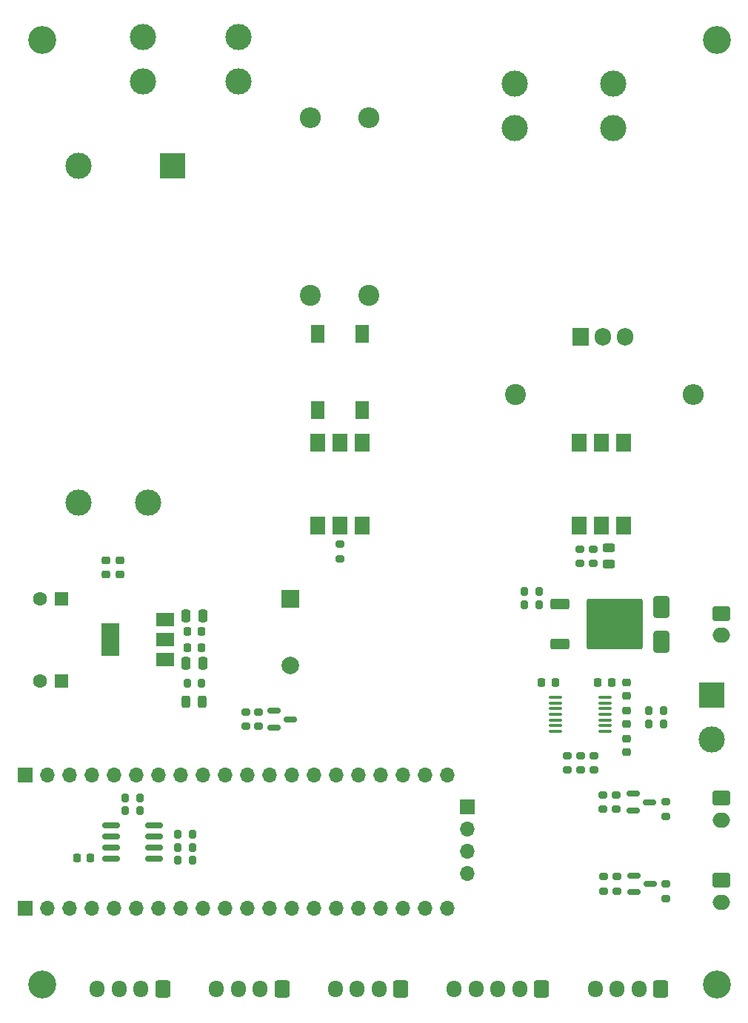
<source format=gbr>
%TF.GenerationSoftware,KiCad,Pcbnew,7.0.1*%
%TF.CreationDate,2023-11-07T15:52:04+07:00*%
%TF.ProjectId,Hot-plate-controller,486f742d-706c-4617-9465-2d636f6e7472,rev?*%
%TF.SameCoordinates,Original*%
%TF.FileFunction,Soldermask,Top*%
%TF.FilePolarity,Negative*%
%FSLAX46Y46*%
G04 Gerber Fmt 4.6, Leading zero omitted, Abs format (unit mm)*
G04 Created by KiCad (PCBNEW 7.0.1) date 2023-11-07 15:52:04*
%MOMM*%
%LPD*%
G01*
G04 APERTURE LIST*
G04 Aperture macros list*
%AMRoundRect*
0 Rectangle with rounded corners*
0 $1 Rounding radius*
0 $2 $3 $4 $5 $6 $7 $8 $9 X,Y pos of 4 corners*
0 Add a 4 corners polygon primitive as box body*
4,1,4,$2,$3,$4,$5,$6,$7,$8,$9,$2,$3,0*
0 Add four circle primitives for the rounded corners*
1,1,$1+$1,$2,$3*
1,1,$1+$1,$4,$5*
1,1,$1+$1,$6,$7*
1,1,$1+$1,$8,$9*
0 Add four rect primitives between the rounded corners*
20,1,$1+$1,$2,$3,$4,$5,0*
20,1,$1+$1,$4,$5,$6,$7,0*
20,1,$1+$1,$6,$7,$8,$9,0*
20,1,$1+$1,$8,$9,$2,$3,0*%
G04 Aperture macros list end*
%ADD10RoundRect,0.250000X-0.650000X1.000000X-0.650000X-1.000000X0.650000X-1.000000X0.650000X1.000000X0*%
%ADD11R,1.500000X2.000000*%
%ADD12C,3.000000*%
%ADD13RoundRect,0.200000X0.275000X-0.200000X0.275000X0.200000X-0.275000X0.200000X-0.275000X-0.200000X0*%
%ADD14R,1.700000X1.700000*%
%ADD15O,1.700000X1.700000*%
%ADD16C,3.200000*%
%ADD17RoundRect,0.250000X-0.250000X-0.475000X0.250000X-0.475000X0.250000X0.475000X-0.250000X0.475000X0*%
%ADD18RoundRect,0.250000X-0.750000X0.600000X-0.750000X-0.600000X0.750000X-0.600000X0.750000X0.600000X0*%
%ADD19O,2.000000X1.700000*%
%ADD20RoundRect,0.200000X0.200000X0.275000X-0.200000X0.275000X-0.200000X-0.275000X0.200000X-0.275000X0*%
%ADD21RoundRect,0.200000X-0.200000X-0.275000X0.200000X-0.275000X0.200000X0.275000X-0.200000X0.275000X0*%
%ADD22R,1.905000X2.000000*%
%ADD23O,1.905000X2.000000*%
%ADD24RoundRect,0.150000X-0.587500X-0.150000X0.587500X-0.150000X0.587500X0.150000X-0.587500X0.150000X0*%
%ADD25R,1.780000X2.000000*%
%ADD26RoundRect,0.250000X-0.850000X-0.350000X0.850000X-0.350000X0.850000X0.350000X-0.850000X0.350000X0*%
%ADD27RoundRect,0.249997X-2.950003X-2.650003X2.950003X-2.650003X2.950003X2.650003X-2.950003X2.650003X0*%
%ADD28R,3.000000X3.000000*%
%ADD29RoundRect,0.225000X0.250000X-0.225000X0.250000X0.225000X-0.250000X0.225000X-0.250000X-0.225000X0*%
%ADD30RoundRect,0.250000X0.600000X0.725000X-0.600000X0.725000X-0.600000X-0.725000X0.600000X-0.725000X0*%
%ADD31O,1.700000X1.950000*%
%ADD32RoundRect,0.200000X-0.275000X0.200000X-0.275000X-0.200000X0.275000X-0.200000X0.275000X0.200000X0*%
%ADD33R,1.600000X1.600000*%
%ADD34C,1.600000*%
%ADD35RoundRect,0.225000X-0.225000X-0.250000X0.225000X-0.250000X0.225000X0.250000X-0.225000X0.250000X0*%
%ADD36RoundRect,0.225000X0.225000X0.250000X-0.225000X0.250000X-0.225000X-0.250000X0.225000X-0.250000X0*%
%ADD37R,2.000000X1.500000*%
%ADD38R,2.000000X3.800000*%
%ADD39RoundRect,0.225000X-0.250000X0.225000X-0.250000X-0.225000X0.250000X-0.225000X0.250000X0.225000X0*%
%ADD40RoundRect,0.150000X0.825000X0.150000X-0.825000X0.150000X-0.825000X-0.150000X0.825000X-0.150000X0*%
%ADD41R,2.000000X2.000000*%
%ADD42C,2.000000*%
%ADD43RoundRect,0.243750X0.456250X-0.243750X0.456250X0.243750X-0.456250X0.243750X-0.456250X-0.243750X0*%
%ADD44C,2.400000*%
%ADD45O,2.400000X2.400000*%
%ADD46RoundRect,0.243750X0.243750X0.456250X-0.243750X0.456250X-0.243750X-0.456250X0.243750X-0.456250X0*%
%ADD47RoundRect,0.100000X0.637500X0.100000X-0.637500X0.100000X-0.637500X-0.100000X0.637500X-0.100000X0*%
G04 APERTURE END LIST*
D10*
%TO.C,D4*%
X134162800Y-105977900D03*
X134162800Y-109977900D03*
%TD*%
D11*
%TO.C,D2*%
X94823600Y-83441400D03*
X99923600Y-83441400D03*
X99923600Y-74701400D03*
X94823600Y-74701400D03*
%TD*%
D12*
%TO.C,J4*%
X128625600Y-51181000D03*
X128625600Y-46101000D03*
%TD*%
%TO.C,J3*%
X85750400Y-45872400D03*
X85750400Y-40792400D03*
%TD*%
%TO.C,J2*%
X74828400Y-45872400D03*
X74828400Y-40792400D03*
%TD*%
%TO.C,J1*%
X117348000Y-51181000D03*
X117348000Y-46101000D03*
%TD*%
D13*
%TO.C,R2*%
X124790200Y-101002600D03*
X124790200Y-99352600D03*
%TD*%
D14*
%TO.C,J6*%
X61417200Y-140436600D03*
D15*
X63957200Y-140436600D03*
X66497200Y-140436600D03*
X69037200Y-140436600D03*
X71577200Y-140436600D03*
X74117200Y-140436600D03*
X76657200Y-140436600D03*
X79197200Y-140436600D03*
X81737200Y-140436600D03*
X84277200Y-140436600D03*
X86817200Y-140436600D03*
X89357200Y-140436600D03*
X91897200Y-140436600D03*
X94437200Y-140436600D03*
X96977200Y-140436600D03*
X99517200Y-140436600D03*
X102057200Y-140436600D03*
X104597200Y-140436600D03*
X107137200Y-140436600D03*
X109677200Y-140436600D03*
%TD*%
D16*
%TO.C,H4*%
X140462000Y-149174200D03*
%TD*%
D13*
%TO.C,R17*%
X127457200Y-129120400D03*
X127457200Y-127470400D03*
%TD*%
D17*
%TO.C,C11*%
X79796200Y-106984800D03*
X81696200Y-106984800D03*
%TD*%
D18*
%TO.C,J16*%
X140961600Y-106705400D03*
D19*
X140961600Y-109205400D03*
%TD*%
D13*
%TO.C,R3*%
X97409000Y-100443800D03*
X97409000Y-98793800D03*
%TD*%
D20*
%TO.C,R8*%
X134352800Y-119382800D03*
X132702800Y-119382800D03*
%TD*%
D21*
%TO.C,R26*%
X118512400Y-105684000D03*
X120162400Y-105684000D03*
%TD*%
D13*
%TO.C,R15*%
X129059700Y-138467600D03*
X129059700Y-136817600D03*
%TD*%
D22*
%TO.C,Q1*%
X124917200Y-75041800D03*
D23*
X127457200Y-75041800D03*
X129997200Y-75041800D03*
%TD*%
D13*
%TO.C,R18*%
X128955800Y-129120400D03*
X128955800Y-127470400D03*
%TD*%
D24*
%TO.C,Q2*%
X89844400Y-117871200D03*
X89844400Y-119771200D03*
X91719400Y-118821200D03*
%TD*%
D13*
%TO.C,R13*%
X88114900Y-119646200D03*
X88114900Y-117996200D03*
%TD*%
D25*
%TO.C,U1*%
X99949000Y-87142400D03*
X97409000Y-87142400D03*
X94869000Y-87142400D03*
X94869000Y-96672400D03*
X97409000Y-96672400D03*
X99949000Y-96672400D03*
%TD*%
D26*
%TO.C,Q5*%
X122528800Y-105670000D03*
D27*
X128828800Y-107950000D03*
D26*
X122528800Y-110230000D03*
%TD*%
D16*
%TO.C,H3*%
X63347600Y-149174200D03*
%TD*%
D28*
%TO.C,J5*%
X139928600Y-116055400D03*
D12*
X139928600Y-121135400D03*
%TD*%
D13*
%TO.C,R10*%
X124866400Y-124627400D03*
X124866400Y-122977400D03*
%TD*%
D29*
%TO.C,C2*%
X72212200Y-102235000D03*
X72212200Y-100685000D03*
%TD*%
D20*
%TO.C,R22*%
X80530200Y-134975600D03*
X78880200Y-134975600D03*
%TD*%
D29*
%TO.C,C5*%
X130124200Y-116163500D03*
X130124200Y-114613500D03*
%TD*%
D21*
%TO.C,R24*%
X72860400Y-129286000D03*
X74510400Y-129286000D03*
%TD*%
D13*
%TO.C,R11*%
X123342400Y-124627400D03*
X123342400Y-122977400D03*
%TD*%
D30*
%TO.C,J15*%
X134064400Y-149699200D03*
D31*
X131564400Y-149699200D03*
X129064400Y-149699200D03*
X126564400Y-149699200D03*
%TD*%
D32*
%TO.C,R19*%
X134637000Y-128263200D03*
X134637000Y-129913200D03*
%TD*%
D18*
%TO.C,J12*%
X140961600Y-137230800D03*
D19*
X140961600Y-139730800D03*
%TD*%
D30*
%TO.C,J9*%
X120460036Y-149699200D03*
D31*
X117960036Y-149699200D03*
X115460036Y-149699200D03*
X112960036Y-149699200D03*
X110460036Y-149699200D03*
%TD*%
D33*
%TO.C,C3*%
X65575795Y-114427000D03*
D34*
X63075795Y-114427000D03*
%TD*%
D35*
%TO.C,C13*%
X79971200Y-108737400D03*
X81521200Y-108737400D03*
%TD*%
D36*
%TO.C,C9*%
X122009200Y-114607600D03*
X120459200Y-114607600D03*
%TD*%
D28*
%TO.C,PS2*%
X78218800Y-55560000D03*
D12*
X67468800Y-55560000D03*
X67468800Y-94060000D03*
X75468800Y-94060000D03*
%TD*%
D16*
%TO.C,H2*%
X63347600Y-41097200D03*
%TD*%
D24*
%TO.C,Q4*%
X130939300Y-127345400D03*
X130939300Y-129245400D03*
X132814300Y-128295400D03*
%TD*%
D37*
%TO.C,U5*%
X77444600Y-111977200D03*
X77444600Y-109677200D03*
D38*
X71144600Y-109677200D03*
D37*
X77444600Y-107377200D03*
%TD*%
D39*
%TO.C,C7*%
X130124200Y-121027300D03*
X130124200Y-122577300D03*
%TD*%
D20*
%TO.C,R25*%
X81571200Y-114681000D03*
X79921200Y-114681000D03*
%TD*%
D40*
%TO.C,U4*%
X76146200Y-134746600D03*
X76146200Y-133476600D03*
X76146200Y-132206600D03*
X76146200Y-130936600D03*
X71196200Y-130936600D03*
X71196200Y-132206600D03*
X71196200Y-133476600D03*
X71196200Y-134746600D03*
%TD*%
D18*
%TO.C,J13*%
X141004000Y-127838200D03*
D19*
X141004000Y-130338200D03*
%TD*%
D20*
%TO.C,R20*%
X80530200Y-132003800D03*
X78880200Y-132003800D03*
%TD*%
D41*
%TO.C,BZ1*%
X91694000Y-105089800D03*
D42*
X91694000Y-112689800D03*
%TD*%
D24*
%TO.C,Q3*%
X130964700Y-136692600D03*
X130964700Y-138592600D03*
X132839700Y-137642600D03*
%TD*%
D43*
%TO.C,D1*%
X128143000Y-101095100D03*
X128143000Y-99220100D03*
%TD*%
D44*
%TO.C,R6*%
X94005400Y-70358000D03*
D45*
X94005400Y-50038000D03*
%TD*%
D25*
%TO.C,U2*%
X124780000Y-96672400D03*
X127320000Y-96672400D03*
X129860000Y-96672400D03*
X129860000Y-87142400D03*
X127320000Y-87142400D03*
X124780000Y-87142400D03*
%TD*%
D44*
%TO.C,R5*%
X100660200Y-70358000D03*
D45*
X100660200Y-50038000D03*
%TD*%
D21*
%TO.C,R23*%
X72860400Y-127812800D03*
X74510400Y-127812800D03*
%TD*%
D20*
%TO.C,R7*%
X134352800Y-117833400D03*
X132702800Y-117833400D03*
%TD*%
D35*
%TO.C,C14*%
X79971200Y-110617000D03*
X81521200Y-110617000D03*
%TD*%
D17*
%TO.C,C12*%
X79796200Y-112420400D03*
X81696200Y-112420400D03*
%TD*%
D13*
%TO.C,R12*%
X86641700Y-119646200D03*
X86641700Y-117996200D03*
%TD*%
D32*
%TO.C,R16*%
X134645400Y-137655800D03*
X134645400Y-139305800D03*
%TD*%
D20*
%TO.C,R21*%
X80530200Y-133477000D03*
X78880200Y-133477000D03*
%TD*%
D13*
%TO.C,R9*%
X126390400Y-124627400D03*
X126390400Y-122977400D03*
%TD*%
D36*
%TO.C,C10*%
X68872400Y-134721600D03*
X67322400Y-134721600D03*
%TD*%
D44*
%TO.C,R4*%
X117449600Y-81722000D03*
D45*
X137769600Y-81722000D03*
%TD*%
D30*
%TO.C,J14*%
X90751312Y-149699200D03*
D31*
X88251312Y-149699200D03*
X85751312Y-149699200D03*
X83251312Y-149699200D03*
%TD*%
D46*
%TO.C,D3*%
X81683700Y-116814600D03*
X79808700Y-116814600D03*
%TD*%
D14*
%TO.C,J8*%
X111962800Y-128861600D03*
D15*
X111962800Y-131401600D03*
X111962800Y-133941600D03*
X111962800Y-136481600D03*
%TD*%
D30*
%TO.C,J10*%
X104355674Y-149699200D03*
D31*
X101855674Y-149699200D03*
X99355674Y-149699200D03*
X96855674Y-149699200D03*
%TD*%
D30*
%TO.C,J11*%
X77146950Y-149699200D03*
D31*
X74646950Y-149699200D03*
X72146950Y-149699200D03*
X69646950Y-149699200D03*
%TD*%
D21*
%TO.C,R27*%
X118512400Y-104185400D03*
X120162400Y-104185400D03*
%TD*%
D47*
%TO.C,U3*%
X127728900Y-120215200D03*
X127728900Y-119565200D03*
X127728900Y-118915200D03*
X127728900Y-118265200D03*
X127728900Y-117615200D03*
X127728900Y-116965200D03*
X127728900Y-116315200D03*
X122003900Y-116315200D03*
X122003900Y-116965200D03*
X122003900Y-117615200D03*
X122003900Y-118265200D03*
X122003900Y-118915200D03*
X122003900Y-119565200D03*
X122003900Y-120215200D03*
%TD*%
D29*
%TO.C,C1*%
X70612000Y-102235000D03*
X70612000Y-100685000D03*
%TD*%
D35*
%TO.C,C8*%
X126885400Y-114607600D03*
X128435400Y-114607600D03*
%TD*%
D16*
%TO.C,H1*%
X140462000Y-41097200D03*
%TD*%
D14*
%TO.C,J7*%
X61417200Y-125196600D03*
D15*
X63957200Y-125196600D03*
X66497200Y-125196600D03*
X69037200Y-125196600D03*
X71577200Y-125196600D03*
X74117200Y-125196600D03*
X76657200Y-125196600D03*
X79197200Y-125196600D03*
X81737200Y-125196600D03*
X84277200Y-125196600D03*
X86817200Y-125196600D03*
X89357200Y-125196600D03*
X91897200Y-125196600D03*
X94437200Y-125196600D03*
X96977200Y-125196600D03*
X99517200Y-125196600D03*
X102057200Y-125196600D03*
X104597200Y-125196600D03*
X107137200Y-125196600D03*
X109677200Y-125196600D03*
%TD*%
D33*
%TO.C,C4*%
X65575795Y-105054400D03*
D34*
X63075795Y-105054400D03*
%TD*%
D13*
%TO.C,R14*%
X127561100Y-138467600D03*
X127561100Y-136817600D03*
%TD*%
D39*
%TO.C,C6*%
X130124200Y-117820400D03*
X130124200Y-119370400D03*
%TD*%
D13*
%TO.C,R1*%
X126339600Y-101002600D03*
X126339600Y-99352600D03*
%TD*%
M02*

</source>
